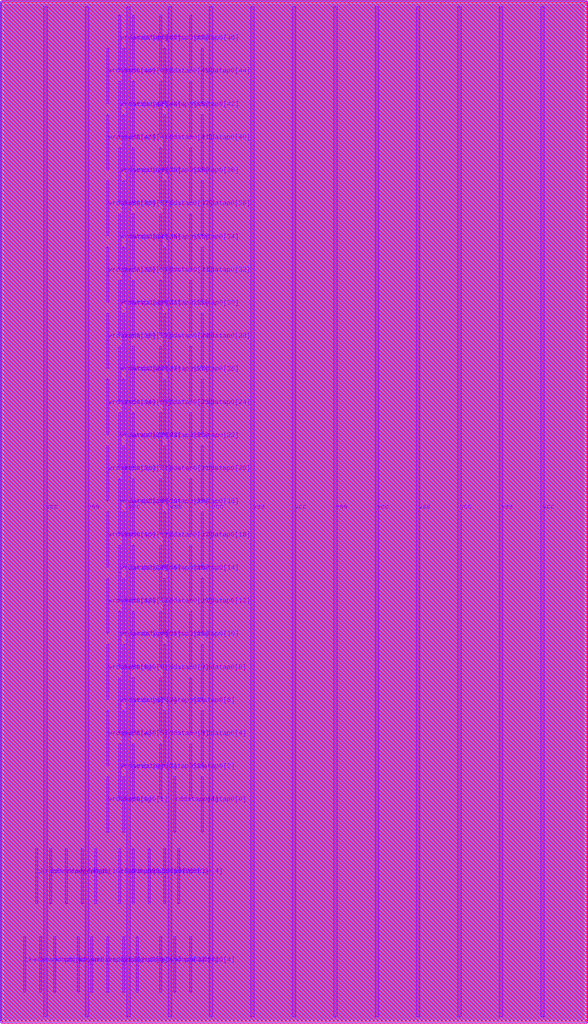
<source format=lef>
VERSION 5.8 ;
BUSBITCHARS "[]" ;
DIVIDERCHAR "/" ;

UNITS
  DATABASE MICRONS 4000 ;
END UNITS

MANUFACTURINGGRID 0.0005 ;

MACRO arf046b032e1r1w0cbbehraa4acw
  CLASS BLOCK ;
  ORIGIN 0 0 ;
  FOREIGN arf046b032e1r1w0cbbehraa4acw 0 0 ;
  SIZE 12.6 BY 22.08 ;
  PIN ckrdp0
    DIRECTION INPUT ;
    USE SIGNAL ;
    PORT
      LAYER m7 ;
        RECT 0.684 2.52 0.728 3.72 ;
    END
  END ckrdp0
  PIN ckwrp0
    DIRECTION INPUT ;
    USE SIGNAL ;
    PORT
      LAYER m7 ;
        RECT 0.428 0.6 0.472 1.8 ;
    END
  END ckwrp0
  PIN rdaddrp0[0]
    DIRECTION INPUT ;
    USE SIGNAL ;
    PORT
      LAYER m7 ;
        RECT 2.484 2.52 2.528 3.72 ;
    END
  END rdaddrp0[0]
  PIN rdaddrp0[1]
    DIRECTION INPUT ;
    USE SIGNAL ;
    PORT
      LAYER m7 ;
        RECT 2.784 2.52 2.828 3.72 ;
    END
  END rdaddrp0[1]
  PIN rdaddrp0[2]
    DIRECTION INPUT ;
    USE SIGNAL ;
    PORT
      LAYER m7 ;
        RECT 3.128 2.52 3.172 3.72 ;
    END
  END rdaddrp0[2]
  PIN rdaddrp0[3]
    DIRECTION INPUT ;
    USE SIGNAL ;
    PORT
      LAYER m7 ;
        RECT 3.472 2.52 3.516 3.72 ;
    END
  END rdaddrp0[3]
  PIN rdaddrp0[4]
    DIRECTION INPUT ;
    USE SIGNAL ;
    PORT
      LAYER m7 ;
        RECT 3.772 2.52 3.816 3.72 ;
    END
  END rdaddrp0[4]
  PIN rdaddrp0_fd
    DIRECTION INPUT ;
    USE SIGNAL ;
    PORT
      LAYER m7 ;
        RECT 0.984 2.52 1.028 3.72 ;
    END
  END rdaddrp0_fd
  PIN rdaddrp0_rd
    DIRECTION INPUT ;
    USE SIGNAL ;
    PORT
      LAYER m7 ;
        RECT 1.328 2.52 1.372 3.72 ;
    END
  END rdaddrp0_rd
  PIN rddatap0[0]
    DIRECTION OUTPUT ;
    USE SIGNAL ;
    PORT
      LAYER m7 ;
        RECT 4.284 4.08 4.328 5.28 ;
    END
  END rddatap0[0]
  PIN rddatap0[10]
    DIRECTION OUTPUT ;
    USE SIGNAL ;
    PORT
      LAYER m7 ;
        RECT 4.028 7.68 4.072 8.88 ;
    END
  END rddatap0[10]
  PIN rddatap0[11]
    DIRECTION OUTPUT ;
    USE SIGNAL ;
    PORT
      LAYER m7 ;
        RECT 3.384 7.68 3.428 8.88 ;
    END
  END rddatap0[11]
  PIN rddatap0[12]
    DIRECTION OUTPUT ;
    USE SIGNAL ;
    PORT
      LAYER m7 ;
        RECT 4.284 8.4 4.328 9.6 ;
    END
  END rddatap0[12]
  PIN rddatap0[13]
    DIRECTION OUTPUT ;
    USE SIGNAL ;
    PORT
      LAYER m7 ;
        RECT 3.472 8.4 3.516 9.6 ;
    END
  END rddatap0[13]
  PIN rddatap0[14]
    DIRECTION OUTPUT ;
    USE SIGNAL ;
    PORT
      LAYER m7 ;
        RECT 4.028 9.12 4.072 10.32 ;
    END
  END rddatap0[14]
  PIN rddatap0[15]
    DIRECTION OUTPUT ;
    USE SIGNAL ;
    PORT
      LAYER m7 ;
        RECT 3.384 9.12 3.428 10.32 ;
    END
  END rddatap0[15]
  PIN rddatap0[16]
    DIRECTION OUTPUT ;
    USE SIGNAL ;
    PORT
      LAYER m7 ;
        RECT 4.284 9.84 4.328 11.04 ;
    END
  END rddatap0[16]
  PIN rddatap0[17]
    DIRECTION OUTPUT ;
    USE SIGNAL ;
    PORT
      LAYER m7 ;
        RECT 3.472 9.84 3.516 11.04 ;
    END
  END rddatap0[17]
  PIN rddatap0[18]
    DIRECTION OUTPUT ;
    USE SIGNAL ;
    PORT
      LAYER m7 ;
        RECT 4.028 10.56 4.072 11.76 ;
    END
  END rddatap0[18]
  PIN rddatap0[19]
    DIRECTION OUTPUT ;
    USE SIGNAL ;
    PORT
      LAYER m7 ;
        RECT 3.384 10.56 3.428 11.76 ;
    END
  END rddatap0[19]
  PIN rddatap0[1]
    DIRECTION OUTPUT ;
    USE SIGNAL ;
    PORT
      LAYER m7 ;
        RECT 3.684 4.08 3.728 5.28 ;
    END
  END rddatap0[1]
  PIN rddatap0[20]
    DIRECTION OUTPUT ;
    USE SIGNAL ;
    PORT
      LAYER m7 ;
        RECT 4.284 11.28 4.328 12.48 ;
    END
  END rddatap0[20]
  PIN rddatap0[21]
    DIRECTION OUTPUT ;
    USE SIGNAL ;
    PORT
      LAYER m7 ;
        RECT 3.472 11.28 3.516 12.48 ;
    END
  END rddatap0[21]
  PIN rddatap0[22]
    DIRECTION OUTPUT ;
    USE SIGNAL ;
    PORT
      LAYER m7 ;
        RECT 4.028 12 4.072 13.2 ;
    END
  END rddatap0[22]
  PIN rddatap0[23]
    DIRECTION OUTPUT ;
    USE SIGNAL ;
    PORT
      LAYER m7 ;
        RECT 3.384 12 3.428 13.2 ;
    END
  END rddatap0[23]
  PIN rddatap0[24]
    DIRECTION OUTPUT ;
    USE SIGNAL ;
    PORT
      LAYER m7 ;
        RECT 4.284 12.72 4.328 13.92 ;
    END
  END rddatap0[24]
  PIN rddatap0[25]
    DIRECTION OUTPUT ;
    USE SIGNAL ;
    PORT
      LAYER m7 ;
        RECT 3.472 12.72 3.516 13.92 ;
    END
  END rddatap0[25]
  PIN rddatap0[26]
    DIRECTION OUTPUT ;
    USE SIGNAL ;
    PORT
      LAYER m7 ;
        RECT 4.028 13.44 4.072 14.64 ;
    END
  END rddatap0[26]
  PIN rddatap0[27]
    DIRECTION OUTPUT ;
    USE SIGNAL ;
    PORT
      LAYER m7 ;
        RECT 3.384 13.44 3.428 14.64 ;
    END
  END rddatap0[27]
  PIN rddatap0[28]
    DIRECTION OUTPUT ;
    USE SIGNAL ;
    PORT
      LAYER m7 ;
        RECT 4.284 14.16 4.328 15.36 ;
    END
  END rddatap0[28]
  PIN rddatap0[29]
    DIRECTION OUTPUT ;
    USE SIGNAL ;
    PORT
      LAYER m7 ;
        RECT 3.472 14.16 3.516 15.36 ;
    END
  END rddatap0[29]
  PIN rddatap0[2]
    DIRECTION OUTPUT ;
    USE SIGNAL ;
    PORT
      LAYER m7 ;
        RECT 4.028 4.8 4.072 6 ;
    END
  END rddatap0[2]
  PIN rddatap0[30]
    DIRECTION OUTPUT ;
    USE SIGNAL ;
    PORT
      LAYER m7 ;
        RECT 4.028 14.88 4.072 16.08 ;
    END
  END rddatap0[30]
  PIN rddatap0[31]
    DIRECTION OUTPUT ;
    USE SIGNAL ;
    PORT
      LAYER m7 ;
        RECT 3.384 14.88 3.428 16.08 ;
    END
  END rddatap0[31]
  PIN rddatap0[32]
    DIRECTION OUTPUT ;
    USE SIGNAL ;
    PORT
      LAYER m7 ;
        RECT 4.284 15.6 4.328 16.8 ;
    END
  END rddatap0[32]
  PIN rddatap0[33]
    DIRECTION OUTPUT ;
    USE SIGNAL ;
    PORT
      LAYER m7 ;
        RECT 3.472 15.6 3.516 16.8 ;
    END
  END rddatap0[33]
  PIN rddatap0[34]
    DIRECTION OUTPUT ;
    USE SIGNAL ;
    PORT
      LAYER m7 ;
        RECT 4.028 16.32 4.072 17.52 ;
    END
  END rddatap0[34]
  PIN rddatap0[35]
    DIRECTION OUTPUT ;
    USE SIGNAL ;
    PORT
      LAYER m7 ;
        RECT 3.384 16.32 3.428 17.52 ;
    END
  END rddatap0[35]
  PIN rddatap0[36]
    DIRECTION OUTPUT ;
    USE SIGNAL ;
    PORT
      LAYER m7 ;
        RECT 4.284 17.04 4.328 18.24 ;
    END
  END rddatap0[36]
  PIN rddatap0[37]
    DIRECTION OUTPUT ;
    USE SIGNAL ;
    PORT
      LAYER m7 ;
        RECT 3.472 17.04 3.516 18.24 ;
    END
  END rddatap0[37]
  PIN rddatap0[38]
    DIRECTION OUTPUT ;
    USE SIGNAL ;
    PORT
      LAYER m7 ;
        RECT 4.028 17.76 4.072 18.96 ;
    END
  END rddatap0[38]
  PIN rddatap0[39]
    DIRECTION OUTPUT ;
    USE SIGNAL ;
    PORT
      LAYER m7 ;
        RECT 3.384 17.76 3.428 18.96 ;
    END
  END rddatap0[39]
  PIN rddatap0[3]
    DIRECTION OUTPUT ;
    USE SIGNAL ;
    PORT
      LAYER m7 ;
        RECT 3.384 4.8 3.428 6 ;
    END
  END rddatap0[3]
  PIN rddatap0[40]
    DIRECTION OUTPUT ;
    USE SIGNAL ;
    PORT
      LAYER m7 ;
        RECT 4.284 18.48 4.328 19.68 ;
    END
  END rddatap0[40]
  PIN rddatap0[41]
    DIRECTION OUTPUT ;
    USE SIGNAL ;
    PORT
      LAYER m7 ;
        RECT 3.472 18.48 3.516 19.68 ;
    END
  END rddatap0[41]
  PIN rddatap0[42]
    DIRECTION OUTPUT ;
    USE SIGNAL ;
    PORT
      LAYER m7 ;
        RECT 4.028 19.2 4.072 20.4 ;
    END
  END rddatap0[42]
  PIN rddatap0[43]
    DIRECTION OUTPUT ;
    USE SIGNAL ;
    PORT
      LAYER m7 ;
        RECT 3.384 19.2 3.428 20.4 ;
    END
  END rddatap0[43]
  PIN rddatap0[44]
    DIRECTION OUTPUT ;
    USE SIGNAL ;
    PORT
      LAYER m7 ;
        RECT 4.284 19.92 4.328 21.12 ;
    END
  END rddatap0[44]
  PIN rddatap0[45]
    DIRECTION OUTPUT ;
    USE SIGNAL ;
    PORT
      LAYER m7 ;
        RECT 3.472 19.92 3.516 21.12 ;
    END
  END rddatap0[45]
  PIN rddatap0[46]
    DIRECTION OUTPUT ;
    USE SIGNAL ;
    PORT
      LAYER m7 ;
        RECT 4.028 20.64 4.072 21.84 ;
    END
  END rddatap0[46]
  PIN rddatap0[47]
    DIRECTION OUTPUT ;
    USE SIGNAL ;
    PORT
      LAYER m7 ;
        RECT 3.384 20.64 3.428 21.84 ;
    END
  END rddatap0[47]
  PIN rddatap0[4]
    DIRECTION OUTPUT ;
    USE SIGNAL ;
    PORT
      LAYER m7 ;
        RECT 4.284 5.52 4.328 6.72 ;
    END
  END rddatap0[4]
  PIN rddatap0[5]
    DIRECTION OUTPUT ;
    USE SIGNAL ;
    PORT
      LAYER m7 ;
        RECT 3.472 5.52 3.516 6.72 ;
    END
  END rddatap0[5]
  PIN rddatap0[6]
    DIRECTION OUTPUT ;
    USE SIGNAL ;
    PORT
      LAYER m7 ;
        RECT 4.028 6.24 4.072 7.44 ;
    END
  END rddatap0[6]
  PIN rddatap0[7]
    DIRECTION OUTPUT ;
    USE SIGNAL ;
    PORT
      LAYER m7 ;
        RECT 3.384 6.24 3.428 7.44 ;
    END
  END rddatap0[7]
  PIN rddatap0[8]
    DIRECTION OUTPUT ;
    USE SIGNAL ;
    PORT
      LAYER m7 ;
        RECT 4.284 6.96 4.328 8.16 ;
    END
  END rddatap0[8]
  PIN rddatap0[9]
    DIRECTION OUTPUT ;
    USE SIGNAL ;
    PORT
      LAYER m7 ;
        RECT 3.472 6.96 3.516 8.16 ;
    END
  END rddatap0[9]
  PIN rdenp0
    DIRECTION INPUT ;
    USE SIGNAL ;
    PORT
      LAYER m7 ;
        RECT 1.672 2.52 1.716 3.72 ;
    END
  END rdenp0
  PIN sdl_initp0
    DIRECTION INPUT ;
    USE SIGNAL ;
    PORT
      LAYER m7 ;
        RECT 1.972 2.52 2.016 3.72 ;
    END
  END sdl_initp0
  PIN vcc
    DIRECTION INPUT ;
    USE POWER ;
    PORT
      LAYER m7 ;
        RECT 11.662 0.06 11.738 22.02 ;
    END
    PORT
      LAYER m7 ;
        RECT 9.862 0.06 9.938 22.02 ;
    END
    PORT
      LAYER m7 ;
        RECT 8.062 0.06 8.138 22.02 ;
    END
    PORT
      LAYER m7 ;
        RECT 6.262 0.06 6.338 22.02 ;
    END
    PORT
      LAYER m7 ;
        RECT 4.462 0.06 4.538 22.02 ;
    END
    PORT
      LAYER m7 ;
        RECT 2.662 0.06 2.738 22.02 ;
    END
    PORT
      LAYER m7 ;
        RECT 0.862 0.06 0.938 22.02 ;
    END
  END vcc
  PIN vss
    DIRECTION INOUT ;
    USE GROUND ;
    PORT
      LAYER m7 ;
        RECT 10.762 0.06 10.838 22.02 ;
    END
    PORT
      LAYER m7 ;
        RECT 8.962 0.06 9.038 22.02 ;
    END
    PORT
      LAYER m7 ;
        RECT 7.162 0.06 7.238 22.02 ;
    END
    PORT
      LAYER m7 ;
        RECT 5.362 0.06 5.438 22.02 ;
    END
    PORT
      LAYER m7 ;
        RECT 3.562 0.06 3.638 22.02 ;
    END
    PORT
      LAYER m7 ;
        RECT 1.762 0.06 1.838 22.02 ;
    END
  END vss
  PIN wraddrp0[0]
    DIRECTION INPUT ;
    USE SIGNAL ;
    PORT
      LAYER m7 ;
        RECT 2.572 0.6 2.616 1.8 ;
    END
  END wraddrp0[0]
  PIN wraddrp0[1]
    DIRECTION INPUT ;
    USE SIGNAL ;
    PORT
      LAYER m7 ;
        RECT 2.872 0.6 2.916 1.8 ;
    END
  END wraddrp0[1]
  PIN wraddrp0[2]
    DIRECTION INPUT ;
    USE SIGNAL ;
    PORT
      LAYER m7 ;
        RECT 3.384 0.6 3.428 1.8 ;
    END
  END wraddrp0[2]
  PIN wraddrp0[3]
    DIRECTION INPUT ;
    USE SIGNAL ;
    PORT
      LAYER m7 ;
        RECT 3.684 0.6 3.728 1.8 ;
    END
  END wraddrp0[3]
  PIN wraddrp0[4]
    DIRECTION INPUT ;
    USE SIGNAL ;
    PORT
      LAYER m7 ;
        RECT 4.028 0.6 4.072 1.8 ;
    END
  END wraddrp0[4]
  PIN wraddrp0_fd
    DIRECTION INPUT ;
    USE SIGNAL ;
    PORT
      LAYER m7 ;
        RECT 0.772 0.6 0.816 1.8 ;
    END
  END wraddrp0_fd
  PIN wraddrp0_rd
    DIRECTION INPUT ;
    USE SIGNAL ;
    PORT
      LAYER m7 ;
        RECT 1.072 0.6 1.116 1.8 ;
    END
  END wraddrp0_rd
  PIN wrdatap0[0]
    DIRECTION INPUT ;
    USE SIGNAL ;
    PORT
      LAYER m7 ;
        RECT 2.228 4.08 2.272 5.28 ;
    END
  END wrdatap0[0]
  PIN wrdatap0[10]
    DIRECTION INPUT ;
    USE SIGNAL ;
    PORT
      LAYER m7 ;
        RECT 2.484 7.68 2.528 8.88 ;
    END
  END wrdatap0[10]
  PIN wrdatap0[11]
    DIRECTION INPUT ;
    USE SIGNAL ;
    PORT
      LAYER m7 ;
        RECT 2.784 7.68 2.828 8.88 ;
    END
  END wrdatap0[11]
  PIN wrdatap0[12]
    DIRECTION INPUT ;
    USE SIGNAL ;
    PORT
      LAYER m7 ;
        RECT 2.228 8.4 2.272 9.6 ;
    END
  END wrdatap0[12]
  PIN wrdatap0[13]
    DIRECTION INPUT ;
    USE SIGNAL ;
    PORT
      LAYER m7 ;
        RECT 2.572 8.4 2.616 9.6 ;
    END
  END wrdatap0[13]
  PIN wrdatap0[14]
    DIRECTION INPUT ;
    USE SIGNAL ;
    PORT
      LAYER m7 ;
        RECT 2.484 9.12 2.528 10.32 ;
    END
  END wrdatap0[14]
  PIN wrdatap0[15]
    DIRECTION INPUT ;
    USE SIGNAL ;
    PORT
      LAYER m7 ;
        RECT 2.784 9.12 2.828 10.32 ;
    END
  END wrdatap0[15]
  PIN wrdatap0[16]
    DIRECTION INPUT ;
    USE SIGNAL ;
    PORT
      LAYER m7 ;
        RECT 2.228 9.84 2.272 11.04 ;
    END
  END wrdatap0[16]
  PIN wrdatap0[17]
    DIRECTION INPUT ;
    USE SIGNAL ;
    PORT
      LAYER m7 ;
        RECT 2.572 9.84 2.616 11.04 ;
    END
  END wrdatap0[17]
  PIN wrdatap0[18]
    DIRECTION INPUT ;
    USE SIGNAL ;
    PORT
      LAYER m7 ;
        RECT 2.484 10.56 2.528 11.76 ;
    END
  END wrdatap0[18]
  PIN wrdatap0[19]
    DIRECTION INPUT ;
    USE SIGNAL ;
    PORT
      LAYER m7 ;
        RECT 2.784 10.56 2.828 11.76 ;
    END
  END wrdatap0[19]
  PIN wrdatap0[1]
    DIRECTION INPUT ;
    USE SIGNAL ;
    PORT
      LAYER m7 ;
        RECT 2.572 4.08 2.616 5.28 ;
    END
  END wrdatap0[1]
  PIN wrdatap0[20]
    DIRECTION INPUT ;
    USE SIGNAL ;
    PORT
      LAYER m7 ;
        RECT 2.228 11.28 2.272 12.48 ;
    END
  END wrdatap0[20]
  PIN wrdatap0[21]
    DIRECTION INPUT ;
    USE SIGNAL ;
    PORT
      LAYER m7 ;
        RECT 2.572 11.28 2.616 12.48 ;
    END
  END wrdatap0[21]
  PIN wrdatap0[22]
    DIRECTION INPUT ;
    USE SIGNAL ;
    PORT
      LAYER m7 ;
        RECT 2.484 12 2.528 13.2 ;
    END
  END wrdatap0[22]
  PIN wrdatap0[23]
    DIRECTION INPUT ;
    USE SIGNAL ;
    PORT
      LAYER m7 ;
        RECT 2.784 12 2.828 13.2 ;
    END
  END wrdatap0[23]
  PIN wrdatap0[24]
    DIRECTION INPUT ;
    USE SIGNAL ;
    PORT
      LAYER m7 ;
        RECT 2.228 12.72 2.272 13.92 ;
    END
  END wrdatap0[24]
  PIN wrdatap0[25]
    DIRECTION INPUT ;
    USE SIGNAL ;
    PORT
      LAYER m7 ;
        RECT 2.572 12.72 2.616 13.92 ;
    END
  END wrdatap0[25]
  PIN wrdatap0[26]
    DIRECTION INPUT ;
    USE SIGNAL ;
    PORT
      LAYER m7 ;
        RECT 2.484 13.44 2.528 14.64 ;
    END
  END wrdatap0[26]
  PIN wrdatap0[27]
    DIRECTION INPUT ;
    USE SIGNAL ;
    PORT
      LAYER m7 ;
        RECT 2.784 13.44 2.828 14.64 ;
    END
  END wrdatap0[27]
  PIN wrdatap0[28]
    DIRECTION INPUT ;
    USE SIGNAL ;
    PORT
      LAYER m7 ;
        RECT 2.228 14.16 2.272 15.36 ;
    END
  END wrdatap0[28]
  PIN wrdatap0[29]
    DIRECTION INPUT ;
    USE SIGNAL ;
    PORT
      LAYER m7 ;
        RECT 2.572 14.16 2.616 15.36 ;
    END
  END wrdatap0[29]
  PIN wrdatap0[2]
    DIRECTION INPUT ;
    USE SIGNAL ;
    PORT
      LAYER m7 ;
        RECT 2.484 4.8 2.528 6 ;
    END
  END wrdatap0[2]
  PIN wrdatap0[30]
    DIRECTION INPUT ;
    USE SIGNAL ;
    PORT
      LAYER m7 ;
        RECT 2.484 14.88 2.528 16.08 ;
    END
  END wrdatap0[30]
  PIN wrdatap0[31]
    DIRECTION INPUT ;
    USE SIGNAL ;
    PORT
      LAYER m7 ;
        RECT 2.784 14.88 2.828 16.08 ;
    END
  END wrdatap0[31]
  PIN wrdatap0[32]
    DIRECTION INPUT ;
    USE SIGNAL ;
    PORT
      LAYER m7 ;
        RECT 2.228 15.6 2.272 16.8 ;
    END
  END wrdatap0[32]
  PIN wrdatap0[33]
    DIRECTION INPUT ;
    USE SIGNAL ;
    PORT
      LAYER m7 ;
        RECT 2.572 15.6 2.616 16.8 ;
    END
  END wrdatap0[33]
  PIN wrdatap0[34]
    DIRECTION INPUT ;
    USE SIGNAL ;
    PORT
      LAYER m7 ;
        RECT 2.484 16.32 2.528 17.52 ;
    END
  END wrdatap0[34]
  PIN wrdatap0[35]
    DIRECTION INPUT ;
    USE SIGNAL ;
    PORT
      LAYER m7 ;
        RECT 2.784 16.32 2.828 17.52 ;
    END
  END wrdatap0[35]
  PIN wrdatap0[36]
    DIRECTION INPUT ;
    USE SIGNAL ;
    PORT
      LAYER m7 ;
        RECT 2.228 17.04 2.272 18.24 ;
    END
  END wrdatap0[36]
  PIN wrdatap0[37]
    DIRECTION INPUT ;
    USE SIGNAL ;
    PORT
      LAYER m7 ;
        RECT 2.572 17.04 2.616 18.24 ;
    END
  END wrdatap0[37]
  PIN wrdatap0[38]
    DIRECTION INPUT ;
    USE SIGNAL ;
    PORT
      LAYER m7 ;
        RECT 2.484 17.76 2.528 18.96 ;
    END
  END wrdatap0[38]
  PIN wrdatap0[39]
    DIRECTION INPUT ;
    USE SIGNAL ;
    PORT
      LAYER m7 ;
        RECT 2.784 17.76 2.828 18.96 ;
    END
  END wrdatap0[39]
  PIN wrdatap0[3]
    DIRECTION INPUT ;
    USE SIGNAL ;
    PORT
      LAYER m7 ;
        RECT 2.784 4.8 2.828 6 ;
    END
  END wrdatap0[3]
  PIN wrdatap0[40]
    DIRECTION INPUT ;
    USE SIGNAL ;
    PORT
      LAYER m7 ;
        RECT 2.228 18.48 2.272 19.68 ;
    END
  END wrdatap0[40]
  PIN wrdatap0[41]
    DIRECTION INPUT ;
    USE SIGNAL ;
    PORT
      LAYER m7 ;
        RECT 2.572 18.48 2.616 19.68 ;
    END
  END wrdatap0[41]
  PIN wrdatap0[42]
    DIRECTION INPUT ;
    USE SIGNAL ;
    PORT
      LAYER m7 ;
        RECT 2.484 19.2 2.528 20.4 ;
    END
  END wrdatap0[42]
  PIN wrdatap0[43]
    DIRECTION INPUT ;
    USE SIGNAL ;
    PORT
      LAYER m7 ;
        RECT 2.784 19.2 2.828 20.4 ;
    END
  END wrdatap0[43]
  PIN wrdatap0[44]
    DIRECTION INPUT ;
    USE SIGNAL ;
    PORT
      LAYER m7 ;
        RECT 2.228 19.92 2.272 21.12 ;
    END
  END wrdatap0[44]
  PIN wrdatap0[45]
    DIRECTION INPUT ;
    USE SIGNAL ;
    PORT
      LAYER m7 ;
        RECT 2.572 19.92 2.616 21.12 ;
    END
  END wrdatap0[45]
  PIN wrdatap0[46]
    DIRECTION INPUT ;
    USE SIGNAL ;
    PORT
      LAYER m7 ;
        RECT 2.484 20.64 2.528 21.84 ;
    END
  END wrdatap0[46]
  PIN wrdatap0[47]
    DIRECTION INPUT ;
    USE SIGNAL ;
    PORT
      LAYER m7 ;
        RECT 2.784 20.64 2.828 21.84 ;
    END
  END wrdatap0[47]
  PIN wrdatap0[4]
    DIRECTION INPUT ;
    USE SIGNAL ;
    PORT
      LAYER m7 ;
        RECT 2.228 5.52 2.272 6.72 ;
    END
  END wrdatap0[4]
  PIN wrdatap0[5]
    DIRECTION INPUT ;
    USE SIGNAL ;
    PORT
      LAYER m7 ;
        RECT 2.572 5.52 2.616 6.72 ;
    END
  END wrdatap0[5]
  PIN wrdatap0[6]
    DIRECTION INPUT ;
    USE SIGNAL ;
    PORT
      LAYER m7 ;
        RECT 2.484 6.24 2.528 7.44 ;
    END
  END wrdatap0[6]
  PIN wrdatap0[7]
    DIRECTION INPUT ;
    USE SIGNAL ;
    PORT
      LAYER m7 ;
        RECT 2.784 6.24 2.828 7.44 ;
    END
  END wrdatap0[7]
  PIN wrdatap0[8]
    DIRECTION INPUT ;
    USE SIGNAL ;
    PORT
      LAYER m7 ;
        RECT 2.228 6.96 2.272 8.16 ;
    END
  END wrdatap0[8]
  PIN wrdatap0[9]
    DIRECTION INPUT ;
    USE SIGNAL ;
    PORT
      LAYER m7 ;
        RECT 2.572 6.96 2.616 8.16 ;
    END
  END wrdatap0[9]
  PIN wrdatap0_fd
    DIRECTION INPUT ;
    USE SIGNAL ;
    PORT
      LAYER m7 ;
        RECT 1.884 0.6 1.928 1.8 ;
    END
  END wrdatap0_fd
  PIN wrdatap0_rd
    DIRECTION INPUT ;
    USE SIGNAL ;
    PORT
      LAYER m7 ;
        RECT 2.228 0.6 2.272 1.8 ;
    END
  END wrdatap0_rd
  PIN wrenp0
    DIRECTION INPUT ;
    USE SIGNAL ;
    PORT
      LAYER m7 ;
        RECT 1.584 0.6 1.628 1.8 ;
    END
  END wrenp0
  OBS
    LAYER m0 SPACING 0 ;
      RECT 0 0 12.6 22.08 ;
    LAYER m1 SPACING 0 ;
      RECT 0 0 12.6 22.08 ;
    LAYER m2 SPACING 0 ;
      RECT -0.0705 -0.038 12.6705 22.118 ;
    LAYER m3 SPACING 0 ;
      RECT -0.035 -0.07 12.635 22.15 ;
    LAYER m4 SPACING 0 ;
      RECT -0.07 -0.038 12.67 22.118 ;
    LAYER m5 SPACING 0 ;
      RECT -0.059 -0.09 12.659 22.17 ;
    LAYER m6 SPACING 0 ;
      RECT -0.09 -0.062 12.69 22.142 ;
    LAYER m7 SPACING 0 ;
      RECT -0.092 -0.06 12.692 22.14 ;
  END
END arf046b032e1r1w0cbbehraa4acw
END LIBRARY

</source>
